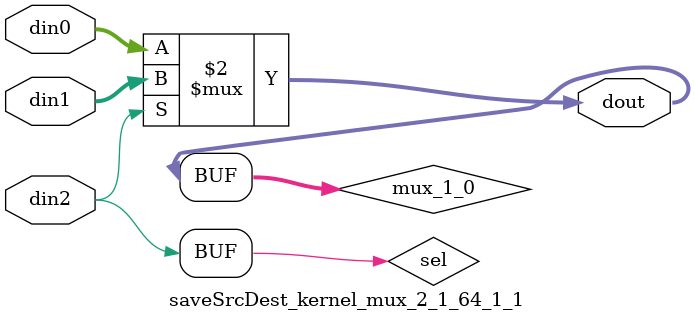
<source format=v>

`timescale 1ns/1ps

module saveSrcDest_kernel_mux_2_1_64_1_1 #(
parameter
    ID                = 0,
    NUM_STAGE         = 1,
    din0_WIDTH       = 32,
    din1_WIDTH       = 32,
    din2_WIDTH         = 32,
    dout_WIDTH            = 32
)(
    input  [63 : 0]     din0,
    input  [63 : 0]     din1,
    input  [0 : 0]    din2,
    output [63 : 0]   dout);

// puts internal signals
wire [0 : 0]     sel;
// level 1 signals
wire [63 : 0]         mux_1_0;

assign sel = din2;

// Generate level 1 logic
assign mux_1_0 = (sel[0] == 0)? din0 : din1;

// output logic
assign dout = mux_1_0;

endmodule

</source>
